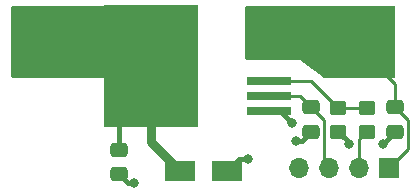
<source format=gbr>
%TF.GenerationSoftware,KiCad,Pcbnew,(6.0.8)*%
%TF.CreationDate,2023-02-11T17:00:45+01:00*%
%TF.ProjectId,BTS50010_TestBoard,42545335-3030-4313-905f-54657374426f,rev?*%
%TF.SameCoordinates,Original*%
%TF.FileFunction,Copper,L1,Top*%
%TF.FilePolarity,Positive*%
%FSLAX46Y46*%
G04 Gerber Fmt 4.6, Leading zero omitted, Abs format (unit mm)*
G04 Created by KiCad (PCBNEW (6.0.8)) date 2023-02-11 17:00:45*
%MOMM*%
%LPD*%
G01*
G04 APERTURE LIST*
G04 Aperture macros list*
%AMRoundRect*
0 Rectangle with rounded corners*
0 $1 Rounding radius*
0 $2 $3 $4 $5 $6 $7 $8 $9 X,Y pos of 4 corners*
0 Add a 4 corners polygon primitive as box body*
4,1,4,$2,$3,$4,$5,$6,$7,$8,$9,$2,$3,0*
0 Add four circle primitives for the rounded corners*
1,1,$1+$1,$2,$3*
1,1,$1+$1,$4,$5*
1,1,$1+$1,$6,$7*
1,1,$1+$1,$8,$9*
0 Add four rect primitives between the rounded corners*
20,1,$1+$1,$2,$3,$4,$5,0*
20,1,$1+$1,$4,$5,$6,$7,0*
20,1,$1+$1,$6,$7,$8,$9,0*
20,1,$1+$1,$8,$9,$2,$3,0*%
G04 Aperture macros list end*
%TA.AperFunction,SMDPad,CuDef*%
%ADD10RoundRect,0.250000X-0.450000X0.350000X-0.450000X-0.350000X0.450000X-0.350000X0.450000X0.350000X0*%
%TD*%
%TA.AperFunction,SMDPad,CuDef*%
%ADD11RoundRect,0.250000X0.450000X-0.350000X0.450000X0.350000X-0.450000X0.350000X-0.450000X-0.350000X0*%
%TD*%
%TA.AperFunction,ConnectorPad*%
%ADD12C,5.700000*%
%TD*%
%TA.AperFunction,ComponentPad*%
%ADD13C,3.600000*%
%TD*%
%TA.AperFunction,SMDPad,CuDef*%
%ADD14RoundRect,0.250000X0.475000X-0.337500X0.475000X0.337500X-0.475000X0.337500X-0.475000X-0.337500X0*%
%TD*%
%TA.AperFunction,SMDPad,CuDef*%
%ADD15RoundRect,0.250000X-0.475000X0.337500X-0.475000X-0.337500X0.475000X-0.337500X0.475000X0.337500X0*%
%TD*%
%TA.AperFunction,SMDPad,CuDef*%
%ADD16R,3.700000X0.800000*%
%TD*%
%TA.AperFunction,SMDPad,CuDef*%
%ADD17R,8.000000X10.300000*%
%TD*%
%TA.AperFunction,SMDPad,CuDef*%
%ADD18R,2.500000X1.800000*%
%TD*%
%TA.AperFunction,ComponentPad*%
%ADD19R,1.700000X1.700000*%
%TD*%
%TA.AperFunction,ComponentPad*%
%ADD20O,1.700000X1.700000*%
%TD*%
%TA.AperFunction,ViaPad*%
%ADD21C,0.800000*%
%TD*%
%TA.AperFunction,Conductor*%
%ADD22C,0.250000*%
%TD*%
%TA.AperFunction,Conductor*%
%ADD23C,0.800000*%
%TD*%
%TA.AperFunction,Conductor*%
%ADD24C,0.400000*%
%TD*%
G04 APERTURE END LIST*
D10*
%TO.P,R1,1*%
%TO.N,Net-(R1-Pad1)*%
X60198000Y-36608000D03*
%TO.P,R1,2*%
%TO.N,GND*%
X60198000Y-38608000D03*
%TD*%
D11*
%TO.P,R2,1*%
%TO.N,SENSE*%
X62600250Y-38608000D03*
%TO.P,R2,2*%
%TO.N,Net-(R1-Pad1)*%
X62600250Y-36608000D03*
%TD*%
D12*
%TO.P,H2,1,1*%
%TO.N,OUT_VS*%
X61468000Y-30988000D03*
D13*
X61468000Y-30988000D03*
%TD*%
D14*
%TO.P,C2,2*%
%TO.N,IN_VS*%
X41656000Y-40132000D03*
%TO.P,C2,1*%
%TO.N,GND*%
X41656000Y-42207000D03*
%TD*%
D15*
%TO.P,C1,1*%
%TO.N,AUX_IN*%
X57912000Y-36533000D03*
%TO.P,C1,2*%
%TO.N,GND*%
X57912000Y-38608000D03*
%TD*%
D13*
%TO.P,H1,1,1*%
%TO.N,IN_VS*%
X35560000Y-30988000D03*
D12*
X35560000Y-30988000D03*
%TD*%
D14*
%TO.P,C3,1*%
%TO.N,GND*%
X65024000Y-38608000D03*
%TO.P,C3,2*%
%TO.N,OUT_VS*%
X65024000Y-36533000D03*
%TD*%
D16*
%TO.P,U1,1,GND*%
%TO.N,GND*%
X54335000Y-36830000D03*
%TO.P,U1,2,IN*%
%TO.N,AUX_IN*%
X54335000Y-35560000D03*
%TO.P,U1,3,IS*%
%TO.N,Net-(R1-Pad1)*%
X54335000Y-34290000D03*
%TO.P,U1,5,OUT*%
%TO.N,OUT_VS*%
X54335000Y-31750000D03*
%TO.P,U1,6,OUT*%
X54335000Y-30480000D03*
%TO.P,U1,7,OUT*%
X54335000Y-29210000D03*
D17*
%TO.P,U1,8,VS*%
%TO.N,IN_VS*%
X44335000Y-33020000D03*
%TD*%
D18*
%TO.P,D1,1,A1*%
%TO.N,IN_VS*%
X46800000Y-41910000D03*
%TO.P,D1,2,A2*%
%TO.N,GND*%
X50800000Y-41910000D03*
%TD*%
D19*
%TO.P,J1,1,Pin_1*%
%TO.N,OUT_VS*%
X64516000Y-41656000D03*
D20*
%TO.P,J1,2,Pin_2*%
%TO.N,SENSE*%
X61976000Y-41656000D03*
%TO.P,J1,3,Pin_3*%
%TO.N,AUX_IN*%
X59436000Y-41656000D03*
%TO.P,J1,4,Pin_4*%
%TO.N,GND*%
X56896000Y-41656000D03*
%TD*%
D21*
%TO.N,GND*%
X61087000Y-39624000D03*
X56261000Y-37846000D03*
X64008000Y-39624000D03*
X56642000Y-39370000D03*
X52578000Y-40894000D03*
X42926000Y-42926000D03*
%TD*%
D22*
%TO.N,Net-(R1-Pad1)*%
X60198000Y-36608000D02*
X62600250Y-36608000D01*
X57880000Y-34290000D02*
X60198000Y-36608000D01*
%TO.N,AUX_IN*%
X56939000Y-35560000D02*
X54335000Y-35560000D01*
D23*
%TO.N,IN_VS*%
X44335000Y-39445000D02*
X44335000Y-33020000D01*
D24*
%TO.N,GND*%
X64008000Y-39624000D02*
X65024000Y-38608000D01*
X61087000Y-39497000D02*
X60198000Y-38608000D01*
X61087000Y-39624000D02*
X61087000Y-39497000D01*
X57150000Y-39370000D02*
X57912000Y-38608000D01*
X56642000Y-39370000D02*
X57150000Y-39370000D01*
X55245000Y-36830000D02*
X56261000Y-37846000D01*
X54335000Y-36830000D02*
X55245000Y-36830000D01*
X51816000Y-40894000D02*
X50800000Y-41910000D01*
X52578000Y-40894000D02*
X51816000Y-40894000D01*
X42926000Y-42926000D02*
X42375000Y-42926000D01*
X42375000Y-42926000D02*
X41656000Y-42207000D01*
%TO.N,IN_VS*%
X41656000Y-35699000D02*
X44335000Y-33020000D01*
X41656000Y-40132000D02*
X41656000Y-35699000D01*
D22*
%TO.N,AUX_IN*%
X58962000Y-41182000D02*
X59436000Y-41656000D01*
X58962000Y-37583000D02*
X58962000Y-41182000D01*
X57912000Y-36533000D02*
X58962000Y-37583000D01*
X56939000Y-35560000D02*
X57912000Y-36533000D01*
%TO.N,Net-(R1-Pad1)*%
X54335000Y-34290000D02*
X57880000Y-34290000D01*
%TO.N,OUT_VS*%
X65024000Y-36533000D02*
X66074000Y-37583000D01*
X65024000Y-34544000D02*
X61468000Y-30988000D01*
X65024000Y-36533000D02*
X65024000Y-34544000D01*
D23*
X54335000Y-30480000D02*
X61468000Y-30480000D01*
D22*
X66074000Y-40098000D02*
X64516000Y-41656000D01*
D23*
X54335000Y-29210000D02*
X54335000Y-31750000D01*
D22*
X66074000Y-37583000D02*
X66074000Y-40098000D01*
D23*
%TO.N,IN_VS*%
X35560000Y-30988000D02*
X42303000Y-30988000D01*
X44335000Y-39445000D02*
X46800000Y-41910000D01*
X42303000Y-30988000D02*
X44335000Y-33020000D01*
D22*
%TO.N,SENSE*%
X61976000Y-39232250D02*
X61976000Y-41656000D01*
X62600250Y-38608000D02*
X61976000Y-39232250D01*
%TD*%
%TA.AperFunction,Conductor*%
%TO.N,OUT_VS*%
G36*
X64966121Y-27960002D02*
G01*
X65012614Y-28013658D01*
X65024000Y-28066000D01*
X65024000Y-33910000D01*
X65003998Y-33978121D01*
X64950342Y-34024614D01*
X64898000Y-34036000D01*
X58970000Y-34036000D01*
X58901879Y-34015998D01*
X58894400Y-34010800D01*
X56910493Y-32522870D01*
X56910494Y-32522870D01*
X56896000Y-32512000D01*
X52450000Y-32512000D01*
X52381879Y-32491998D01*
X52335386Y-32438342D01*
X52324000Y-32386000D01*
X52324000Y-28066000D01*
X52344002Y-27997879D01*
X52397658Y-27951386D01*
X52450000Y-27940000D01*
X64898000Y-27940000D01*
X64966121Y-27960002D01*
G37*
%TD.AperFunction*%
%TD*%
%TA.AperFunction,Conductor*%
%TO.N,IN_VS*%
G36*
X48202121Y-27960002D02*
G01*
X48248614Y-28013658D01*
X48260000Y-28066000D01*
X48260000Y-33910000D01*
X48239998Y-33978121D01*
X48186342Y-34024614D01*
X48134000Y-34036000D01*
X32638000Y-34036000D01*
X32569879Y-34015998D01*
X32523386Y-33962342D01*
X32512000Y-33910000D01*
X32512000Y-28066000D01*
X32532002Y-27997879D01*
X32585658Y-27951386D01*
X32638000Y-27940000D01*
X48134000Y-27940000D01*
X48202121Y-27960002D01*
G37*
%TD.AperFunction*%
%TD*%
M02*

</source>
